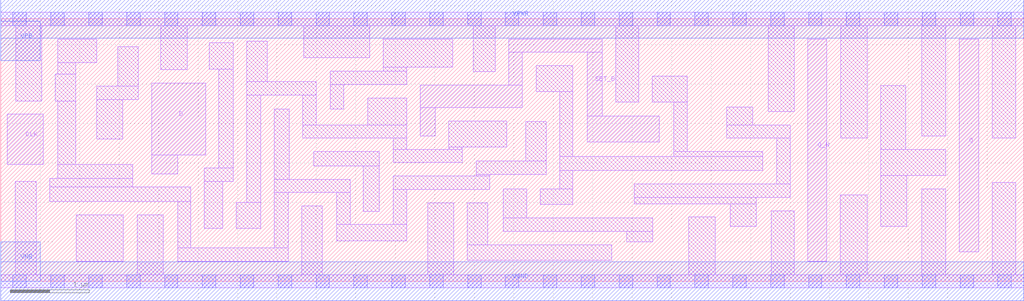
<source format=lef>
# Copyright 2020 The SkyWater PDK Authors
#
# Licensed under the Apache License, Version 2.0 (the "License");
# you may not use this file except in compliance with the License.
# You may obtain a copy of the License at
#
#     https://www.apache.org/licenses/LICENSE-2.0
#
# Unless required by applicable law or agreed to in writing, software
# distributed under the License is distributed on an "AS IS" BASIS,
# WITHOUT WARRANTIES OR CONDITIONS OF ANY KIND, either express or implied.
# See the License for the specific language governing permissions and
# limitations under the License.
#
# SPDX-License-Identifier: Apache-2.0

VERSION 5.5 ;
NAMESCASESENSITIVE ON ;
BUSBITCHARS "[]" ;
DIVIDERCHAR "/" ;
MACRO sky130_fd_sc_lp__dfsbp_2
  CLASS CORE ;
  SOURCE USER ;
  ORIGIN  0.000000  0.000000 ;
  SIZE  12.96000 BY  3.330000 ;
  SYMMETRY X Y R90 ;
  SITE unit ;
  PIN D
    ANTENNAGATEAREA  0.126000 ;
    DIRECTION INPUT ;
    USE SIGNAL ;
    PORT
      LAYER li1 ;
        RECT 1.915000 1.365000 2.245000 1.605000 ;
        RECT 1.915000 1.605000 2.595000 2.515000 ;
    END
  END D
  PIN Q
    ANTENNADIFFAREA  0.588000 ;
    DIRECTION OUTPUT ;
    USE SIGNAL ;
    PORT
      LAYER li1 ;
        RECT 12.145000 0.375000 12.390000 3.075000 ;
    END
  END Q
  PIN Q_N
    ANTENNADIFFAREA  0.588000 ;
    DIRECTION OUTPUT ;
    USE SIGNAL ;
    PORT
      LAYER li1 ;
        RECT 10.225000 0.255000 10.465000 3.075000 ;
    END
  END Q_N
  PIN SET_B
    ANTENNAGATEAREA  0.252000 ;
    DIRECTION INPUT ;
    USE SIGNAL ;
    PORT
      LAYER li1 ;
        RECT 5.315000 1.845000 5.505000 2.205000 ;
        RECT 5.315000 2.205000 6.605000 2.490000 ;
        RECT 6.435000 2.490000 6.605000 2.905000 ;
        RECT 6.435000 2.905000 7.620000 3.075000 ;
        RECT 7.430000 1.765000 8.345000 2.095000 ;
        RECT 7.430000 2.095000 7.620000 2.905000 ;
    END
  END SET_B
  PIN CLK
    ANTENNAGATEAREA  0.159000 ;
    DIRECTION INPUT ;
    USE CLOCK ;
    PORT
      LAYER li1 ;
        RECT 0.085000 1.485000 0.540000 2.120000 ;
    END
  END CLK
  PIN VGND
    DIRECTION INOUT ;
    USE GROUND ;
    PORT
      LAYER met1 ;
        RECT 0.000000 -0.245000 12.960000 0.245000 ;
    END
  END VGND
  PIN VNB
    DIRECTION INOUT ;
    USE GROUND ;
    PORT
      LAYER met1 ;
        RECT 0.000000 0.000000 0.500000 0.500000 ;
    END
  END VNB
  PIN VPB
    DIRECTION INOUT ;
    USE POWER ;
    PORT
      LAYER met1 ;
        RECT 0.000000 2.800000 0.500000 3.300000 ;
    END
  END VPB
  PIN VPWR
    DIRECTION INOUT ;
    USE POWER ;
    PORT
      LAYER met1 ;
        RECT 0.000000 3.085000 12.960000 3.575000 ;
    END
  END VPWR
  OBS
    LAYER li1 ;
      RECT  0.000000 -0.085000 12.960000 0.085000 ;
      RECT  0.000000  3.245000 12.960000 3.415000 ;
      RECT  0.185000  0.085000  0.450000 1.270000 ;
      RECT  0.190000  2.290000  0.520000 3.245000 ;
      RECT  0.620000  1.015000  2.410000 1.195000 ;
      RECT  0.620000  1.195000  1.675000 1.305000 ;
      RECT  0.690000  2.290000  0.950000 2.630000 ;
      RECT  0.720000  1.305000  1.675000 1.485000 ;
      RECT  0.720000  1.485000  0.950000 2.290000 ;
      RECT  0.720000  2.630000  0.950000 2.775000 ;
      RECT  0.720000  2.775000  1.215000 3.075000 ;
      RECT  0.955000  0.255000  1.550000 0.845000 ;
      RECT  1.215000  1.805000  1.545000 2.305000 ;
      RECT  1.215000  2.305000  1.745000 2.475000 ;
      RECT  1.480000  2.475000  1.745000 2.975000 ;
      RECT  1.730000  0.085000  2.060000 0.845000 ;
      RECT  2.030000  2.685000  2.360000 3.245000 ;
      RECT  2.240000  0.255000  3.645000 0.425000 ;
      RECT  2.240000  0.425000  2.410000 1.015000 ;
      RECT  2.580000  0.670000  2.815000 1.265000 ;
      RECT  2.580000  1.265000  2.945000 1.435000 ;
      RECT  2.640000  2.695000  2.945000 3.025000 ;
      RECT  2.765000  1.435000  2.945000 2.695000 ;
      RECT  2.985000  0.670000  3.295000 1.000000 ;
      RECT  3.115000  1.000000  3.295000 2.365000 ;
      RECT  3.115000  2.365000  3.995000 2.535000 ;
      RECT  3.115000  2.535000  3.375000 3.045000 ;
      RECT  3.465000  0.425000  3.645000 1.125000 ;
      RECT  3.465000  1.125000  4.425000 1.295000 ;
      RECT  3.465000  1.295000  3.655000 2.185000 ;
      RECT  3.815000  0.085000  4.075000 0.955000 ;
      RECT  3.825000  1.815000  5.145000 1.985000 ;
      RECT  3.825000  1.985000  3.995000 2.365000 ;
      RECT  3.840000  2.835000  4.675000 3.245000 ;
      RECT  3.965000  1.465000  4.795000 1.645000 ;
      RECT  4.175000  2.185000  4.345000 2.495000 ;
      RECT  4.175000  2.495000  5.145000 2.665000 ;
      RECT  4.255000  0.515000  5.145000 0.720000 ;
      RECT  4.255000  0.720000  4.425000 1.125000 ;
      RECT  4.595000  0.890000  4.795000 1.465000 ;
      RECT  4.650000  1.985000  5.145000 2.325000 ;
      RECT  4.845000  2.665000  5.145000 2.720000 ;
      RECT  4.845000  2.720000  5.730000 3.075000 ;
      RECT  4.975000  0.720000  5.145000 1.165000 ;
      RECT  4.975000  1.165000  6.195000 1.335000 ;
      RECT  4.975000  1.505000  5.845000 1.675000 ;
      RECT  4.975000  1.675000  5.145000 1.815000 ;
      RECT  5.410000  0.085000  5.740000 0.995000 ;
      RECT  5.675000  1.675000  5.845000 1.705000 ;
      RECT  5.675000  1.705000  6.410000 2.035000 ;
      RECT  5.910000  0.265000  7.740000 0.465000 ;
      RECT  5.910000  0.465000  6.170000 0.995000 ;
      RECT  5.985000  2.660000  6.265000 3.245000 ;
      RECT  6.025000  1.335000  6.195000 1.355000 ;
      RECT  6.025000  1.355000  6.910000 1.525000 ;
      RECT  6.365000  0.635000  8.260000 0.805000 ;
      RECT  6.365000  0.805000  6.665000 1.170000 ;
      RECT  6.650000  1.525000  6.910000 2.025000 ;
      RECT  6.785000  2.405000  7.250000 2.735000 ;
      RECT  6.835000  0.975000  7.250000 1.175000 ;
      RECT  7.080000  1.175000  7.250000 1.405000 ;
      RECT  7.080000  1.405000  9.655000 1.585000 ;
      RECT  7.080000  1.585000  7.250000 2.405000 ;
      RECT  7.790000  2.275000  8.085000 3.245000 ;
      RECT  7.930000  0.500000  8.260000 0.635000 ;
      RECT  8.025000  0.985000  9.570000 1.065000 ;
      RECT  8.025000  1.065000 10.005000 1.235000 ;
      RECT  8.255000  2.275000  8.695000 2.605000 ;
      RECT  8.525000  1.585000  9.655000 1.645000 ;
      RECT  8.525000  1.645000  8.695000 2.275000 ;
      RECT  8.720000  0.085000  9.050000 0.815000 ;
      RECT  9.200000  1.815000 10.005000 1.985000 ;
      RECT  9.200000  1.985000  9.530000 2.210000 ;
      RECT  9.240000  0.700000  9.570000 0.985000 ;
      RECT  9.725000  2.155000 10.055000 3.245000 ;
      RECT  9.765000  0.085000 10.055000 0.895000 ;
      RECT  9.835000  1.235000 10.005000 1.815000 ;
      RECT 10.635000  0.085000 10.980000 1.095000 ;
      RECT 10.645000  1.815000 10.980000 3.245000 ;
      RECT 11.150000  0.700000 11.480000 1.345000 ;
      RECT 11.150000  1.345000 11.975000 1.675000 ;
      RECT 11.150000  1.675000 11.465000 2.485000 ;
      RECT 11.670000  0.085000 11.975000 1.175000 ;
      RECT 11.670000  1.845000 11.975000 3.245000 ;
      RECT 12.560000  0.085000 12.860000 1.255000 ;
      RECT 12.560000  1.815000 12.860000 3.245000 ;
    LAYER mcon ;
      RECT  0.155000 -0.085000  0.325000 0.085000 ;
      RECT  0.155000  3.245000  0.325000 3.415000 ;
      RECT  0.635000 -0.085000  0.805000 0.085000 ;
      RECT  0.635000  3.245000  0.805000 3.415000 ;
      RECT  1.115000 -0.085000  1.285000 0.085000 ;
      RECT  1.115000  3.245000  1.285000 3.415000 ;
      RECT  1.595000 -0.085000  1.765000 0.085000 ;
      RECT  1.595000  3.245000  1.765000 3.415000 ;
      RECT  2.075000 -0.085000  2.245000 0.085000 ;
      RECT  2.075000  3.245000  2.245000 3.415000 ;
      RECT  2.555000 -0.085000  2.725000 0.085000 ;
      RECT  2.555000  3.245000  2.725000 3.415000 ;
      RECT  3.035000 -0.085000  3.205000 0.085000 ;
      RECT  3.035000  3.245000  3.205000 3.415000 ;
      RECT  3.515000 -0.085000  3.685000 0.085000 ;
      RECT  3.515000  3.245000  3.685000 3.415000 ;
      RECT  3.995000 -0.085000  4.165000 0.085000 ;
      RECT  3.995000  3.245000  4.165000 3.415000 ;
      RECT  4.475000 -0.085000  4.645000 0.085000 ;
      RECT  4.475000  3.245000  4.645000 3.415000 ;
      RECT  4.955000 -0.085000  5.125000 0.085000 ;
      RECT  4.955000  3.245000  5.125000 3.415000 ;
      RECT  5.435000 -0.085000  5.605000 0.085000 ;
      RECT  5.435000  3.245000  5.605000 3.415000 ;
      RECT  5.915000 -0.085000  6.085000 0.085000 ;
      RECT  5.915000  3.245000  6.085000 3.415000 ;
      RECT  6.395000 -0.085000  6.565000 0.085000 ;
      RECT  6.395000  3.245000  6.565000 3.415000 ;
      RECT  6.875000 -0.085000  7.045000 0.085000 ;
      RECT  6.875000  3.245000  7.045000 3.415000 ;
      RECT  7.355000 -0.085000  7.525000 0.085000 ;
      RECT  7.355000  3.245000  7.525000 3.415000 ;
      RECT  7.835000 -0.085000  8.005000 0.085000 ;
      RECT  7.835000  3.245000  8.005000 3.415000 ;
      RECT  8.315000 -0.085000  8.485000 0.085000 ;
      RECT  8.315000  3.245000  8.485000 3.415000 ;
      RECT  8.795000 -0.085000  8.965000 0.085000 ;
      RECT  8.795000  3.245000  8.965000 3.415000 ;
      RECT  9.275000 -0.085000  9.445000 0.085000 ;
      RECT  9.275000  3.245000  9.445000 3.415000 ;
      RECT  9.755000 -0.085000  9.925000 0.085000 ;
      RECT  9.755000  3.245000  9.925000 3.415000 ;
      RECT 10.235000 -0.085000 10.405000 0.085000 ;
      RECT 10.235000  3.245000 10.405000 3.415000 ;
      RECT 10.715000 -0.085000 10.885000 0.085000 ;
      RECT 10.715000  3.245000 10.885000 3.415000 ;
      RECT 11.195000 -0.085000 11.365000 0.085000 ;
      RECT 11.195000  3.245000 11.365000 3.415000 ;
      RECT 11.675000 -0.085000 11.845000 0.085000 ;
      RECT 11.675000  3.245000 11.845000 3.415000 ;
      RECT 12.155000 -0.085000 12.325000 0.085000 ;
      RECT 12.155000  3.245000 12.325000 3.415000 ;
      RECT 12.635000 -0.085000 12.805000 0.085000 ;
      RECT 12.635000  3.245000 12.805000 3.415000 ;
  END
END sky130_fd_sc_lp__dfsbp_2

</source>
